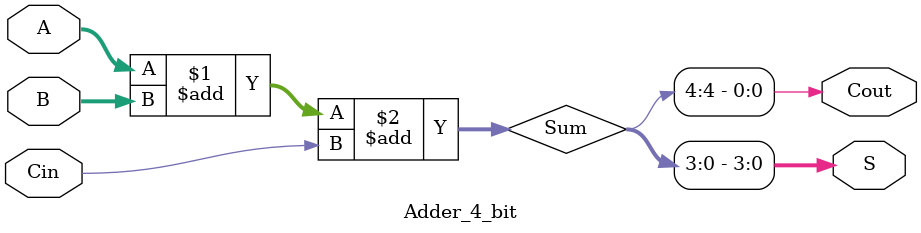
<source format=sv>
module BCD_Adder_8_bit
	(input logic[7:0]	A, B,
	input logic			Cin,
	output logic[7:0]	S,
	output logic		Cout);
	
	logic				Cout_intermediate;
	
	
	Adder_4_bit LowDigit(A[3:0], B[3:0], Cin, S[3:0], Cout_intermediate);
	Adder_4_bit HighDigit(A[7:4], B[7:4], Cout_intermediate, S[7:4], Cout);

endmodule

module Adder_4_bit
	(input logic[3:0]	A, B,
	input logic			Cin,
	output logic[3:0]	S,
	output logic		Cout);
	
	logic[4:0]			Sum;
	
	
	assign Sum = A + B + Cin;
	
	assign S = Sum[3:0];
	assign Cout = Sum[4];

endmodule

</source>
